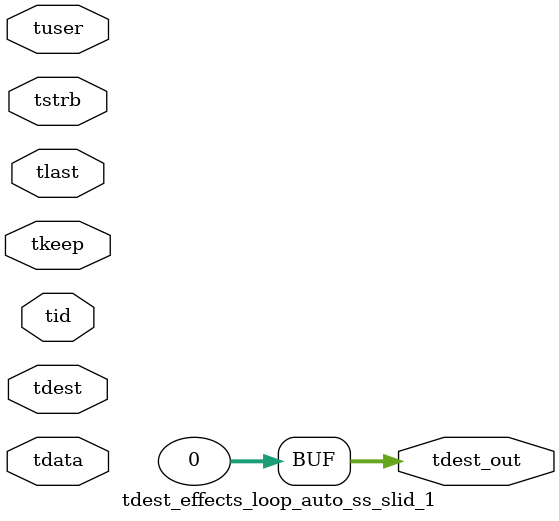
<source format=v>


`timescale 1ps/1ps

module tdest_effects_loop_auto_ss_slid_1 #
(
parameter C_S_AXIS_TDATA_WIDTH = 32,
parameter C_S_AXIS_TUSER_WIDTH = 0,
parameter C_S_AXIS_TID_WIDTH   = 0,
parameter C_S_AXIS_TDEST_WIDTH = 0,
parameter C_M_AXIS_TDEST_WIDTH = 32
)
(
input  [(C_S_AXIS_TDATA_WIDTH == 0 ? 1 : C_S_AXIS_TDATA_WIDTH)-1:0     ] tdata,
input  [(C_S_AXIS_TUSER_WIDTH == 0 ? 1 : C_S_AXIS_TUSER_WIDTH)-1:0     ] tuser,
input  [(C_S_AXIS_TID_WIDTH   == 0 ? 1 : C_S_AXIS_TID_WIDTH)-1:0       ] tid,
input  [(C_S_AXIS_TDEST_WIDTH == 0 ? 1 : C_S_AXIS_TDEST_WIDTH)-1:0     ] tdest,
input  [(C_S_AXIS_TDATA_WIDTH/8)-1:0 ] tkeep,
input  [(C_S_AXIS_TDATA_WIDTH/8)-1:0 ] tstrb,
input                                                                    tlast,
output [C_M_AXIS_TDEST_WIDTH-1:0] tdest_out
);

assign tdest_out = {1'b0};

endmodule


</source>
